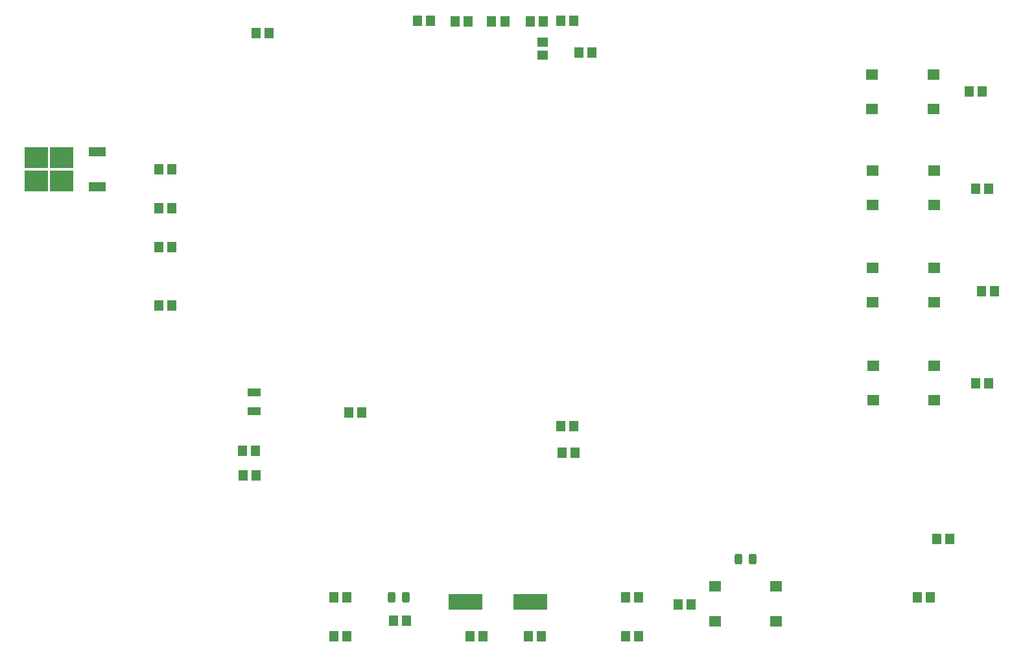
<source format=gbr>
%TF.GenerationSoftware,KiCad,Pcbnew,(6.0.5)*%
%TF.CreationDate,2022-07-21T20:49:42-04:00*%
%TF.ProjectId,Kyamaries-HPS-Clock,4b79616d-6172-4696-9573-2d4850532d43,rev?*%
%TF.SameCoordinates,PX4cdb1d4PY8a63396*%
%TF.FileFunction,Paste,Top*%
%TF.FilePolarity,Positive*%
%FSLAX46Y46*%
G04 Gerber Fmt 4.6, Leading zero omitted, Abs format (unit mm)*
G04 Created by KiCad (PCBNEW (6.0.5)) date 2022-07-21 20:49:42*
%MOMM*%
%LPD*%
G01*
G04 APERTURE LIST*
G04 Aperture macros list*
%AMRoundRect*
0 Rectangle with rounded corners*
0 $1 Rounding radius*
0 $2 $3 $4 $5 $6 $7 $8 $9 X,Y pos of 4 corners*
0 Add a 4 corners polygon primitive as box body*
4,1,4,$2,$3,$4,$5,$6,$7,$8,$9,$2,$3,0*
0 Add four circle primitives for the rounded corners*
1,1,$1+$1,$2,$3*
1,1,$1+$1,$4,$5*
1,1,$1+$1,$6,$7*
1,1,$1+$1,$8,$9*
0 Add four rect primitives between the rounded corners*
20,1,$1+$1,$2,$3,$4,$5,0*
20,1,$1+$1,$4,$5,$6,$7,0*
20,1,$1+$1,$6,$7,$8,$9,0*
20,1,$1+$1,$8,$9,$2,$3,0*%
G04 Aperture macros list end*
%ADD10R,1.150000X1.400000*%
%ADD11R,1.600000X1.400000*%
%ADD12RoundRect,0.243750X0.243750X0.456250X-0.243750X0.456250X-0.243750X-0.456250X0.243750X-0.456250X0*%
%ADD13R,1.400000X1.150000*%
%ADD14RoundRect,0.243750X-0.243750X-0.456250X0.243750X-0.456250X0.243750X0.456250X-0.243750X0.456250X0*%
%ADD15R,3.050000X2.750000*%
%ADD16R,2.200000X1.200000*%
%ADD17R,1.800000X1.000000*%
%ADD18R,4.500000X2.000000*%
G04 APERTURE END LIST*
D10*
%TO.C,R13*%
X93054905Y9561456D03*
X94754905Y9561456D03*
%TD*%
%TO.C,C9*%
X25240732Y61289910D03*
X26940732Y61289910D03*
%TD*%
%TO.C,R15*%
X73718517Y85674410D03*
X75418517Y85674410D03*
%TD*%
%TO.C,C1*%
X48100732Y10489910D03*
X49800732Y10489910D03*
%TD*%
%TO.C,R18*%
X58966402Y85731722D03*
X60666402Y85731722D03*
%TD*%
D11*
%TO.C,SW4*%
X118494319Y40701435D03*
X126494319Y40701435D03*
X118494319Y36201435D03*
X126494319Y36201435D03*
%TD*%
D10*
%TO.C,C3*%
X124300732Y10489910D03*
X126000732Y10489910D03*
%TD*%
%TO.C,R6*%
X55819948Y7389407D03*
X57519948Y7389407D03*
%TD*%
D11*
%TO.C,SW2*%
X118442738Y66182361D03*
X126442738Y66182361D03*
X118442738Y61682361D03*
X126442738Y61682361D03*
%TD*%
D10*
%TO.C,R11*%
X134372485Y50395442D03*
X132672485Y50395442D03*
%TD*%
D11*
%TO.C,SW3*%
X118468529Y53493479D03*
X126468529Y53493479D03*
X118468529Y48993479D03*
X126468529Y48993479D03*
%TD*%
D10*
%TO.C,C12*%
X79421051Y85722415D03*
X77721051Y85722415D03*
%TD*%
%TO.C,R8*%
X131070732Y76529910D03*
X132770732Y76529910D03*
%TD*%
%TO.C,R2*%
X87900732Y10489910D03*
X86200732Y10489910D03*
%TD*%
D12*
%TO.C,D2*%
X102785852Y15476057D03*
X100910852Y15476057D03*
%TD*%
D10*
%TO.C,R17*%
X63908480Y85674410D03*
X65608480Y85674410D03*
%TD*%
D13*
%TO.C,R14*%
X75313574Y82959602D03*
X75313574Y81259602D03*
%TD*%
D10*
%TO.C,C6*%
X73500732Y5409910D03*
X75200732Y5409910D03*
%TD*%
%TO.C,C4*%
X48100732Y5409910D03*
X49800732Y5409910D03*
%TD*%
D14*
%TO.C,D1*%
X55633232Y10489910D03*
X57508232Y10489910D03*
%TD*%
D10*
%TO.C,C7*%
X65880732Y5409910D03*
X67580732Y5409910D03*
%TD*%
%TO.C,C8*%
X25240732Y48589910D03*
X26940732Y48589910D03*
%TD*%
%TO.C,C13*%
X80042188Y81605257D03*
X81742188Y81605257D03*
%TD*%
D11*
%TO.C,SW5*%
X97813964Y11863037D03*
X105813964Y11863037D03*
X97813964Y7363037D03*
X105813964Y7363037D03*
%TD*%
D15*
%TO.C,U2*%
X12525732Y64844910D03*
X9175732Y67894910D03*
X9175732Y64844910D03*
X12525732Y67894910D03*
D16*
X17150732Y64089910D03*
X17150732Y68649910D03*
%TD*%
D10*
%TO.C,C10*%
X36229590Y26414771D03*
X37929590Y26414771D03*
%TD*%
%TO.C,C2*%
X25240732Y56209910D03*
X26940732Y56209910D03*
%TD*%
%TO.C,C11*%
X50045435Y34550493D03*
X51745435Y34550493D03*
%TD*%
%TO.C,R1*%
X126840732Y18109910D03*
X128540732Y18109910D03*
%TD*%
%TO.C,R5*%
X86200732Y5409910D03*
X87900732Y5409910D03*
%TD*%
%TO.C,R3*%
X77669413Y32810536D03*
X79369413Y32810536D03*
%TD*%
D11*
%TO.C,SW1*%
X118378618Y78728330D03*
X126378618Y78728330D03*
X118378618Y74228330D03*
X126378618Y74228330D03*
%TD*%
D10*
%TO.C,R10*%
X131920732Y63829910D03*
X133620732Y63829910D03*
%TD*%
%TO.C,R9*%
X39640732Y84149910D03*
X37940732Y84149910D03*
%TD*%
%TO.C,R16*%
X68686521Y85640023D03*
X70386521Y85640023D03*
%TD*%
D17*
%TO.C,Y2*%
X37623795Y37214547D03*
X37623795Y34714547D03*
%TD*%
D18*
%TO.C,Y1*%
X65220842Y9862204D03*
X73720842Y9862204D03*
%TD*%
D10*
%TO.C,R7*%
X36105570Y29614491D03*
X37805570Y29614491D03*
%TD*%
%TO.C,R4*%
X77899766Y29326948D03*
X79599766Y29326948D03*
%TD*%
%TO.C,C5*%
X25240732Y66369910D03*
X26940732Y66369910D03*
%TD*%
%TO.C,R12*%
X131920732Y38429910D03*
X133620732Y38429910D03*
%TD*%
M02*

</source>
